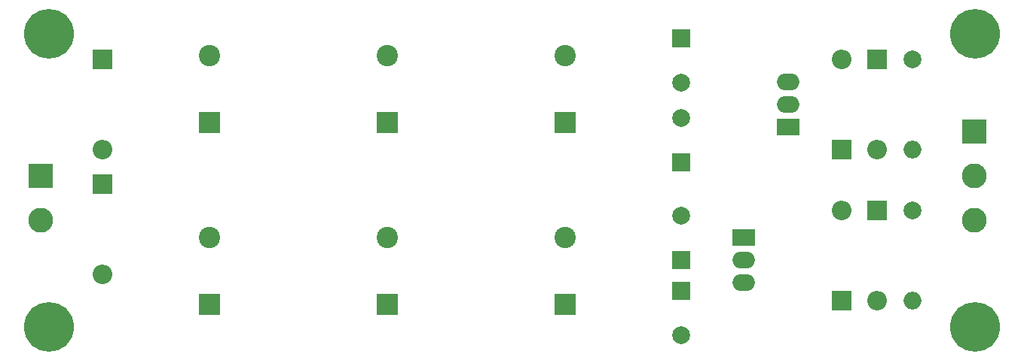
<source format=gbr>
%TF.GenerationSoftware,KiCad,Pcbnew,8.0.7*%
%TF.CreationDate,2025-01-30T08:13:14+10:00*%
%TF.ProjectId,MFOS_Power_Supply_PCB,4d464f53-5f50-46f7-9765-725f53757070,rev?*%
%TF.SameCoordinates,Original*%
%TF.FileFunction,Soldermask,Top*%
%TF.FilePolarity,Negative*%
%FSLAX46Y46*%
G04 Gerber Fmt 4.6, Leading zero omitted, Abs format (unit mm)*
G04 Created by KiCad (PCBNEW 8.0.7) date 2025-01-30 08:13:14*
%MOMM*%
%LPD*%
G01*
G04 APERTURE LIST*
%ADD10C,3.600000*%
%ADD11C,5.600000*%
%ADD12R,2.400000X2.400000*%
%ADD13C,2.400000*%
%ADD14R,2.000000X2.000000*%
%ADD15C,2.000000*%
%ADD16O,2.000000X2.000000*%
%ADD17R,2.200000X2.200000*%
%ADD18O,2.200000X2.200000*%
%ADD19R,2.800000X2.800000*%
%ADD20C,2.800000*%
%ADD21R,2.500000X1.905000*%
%ADD22O,2.500000X1.905000*%
G04 APERTURE END LIST*
D10*
%TO.C,M4*%
X197000000Y-109000000D03*
D11*
X197000000Y-109000000D03*
%TD*%
D12*
%TO.C,C8*%
X151000000Y-106500000D03*
D13*
X151000000Y-99000000D03*
%TD*%
D14*
%TO.C,C7*%
X164000000Y-76500000D03*
D15*
X164000000Y-81500000D03*
%TD*%
%TO.C,R2*%
X190000000Y-95920000D03*
D16*
X190000000Y-106080000D03*
%TD*%
D12*
%TO.C,C6*%
X131000000Y-106500000D03*
D13*
X131000000Y-99000000D03*
%TD*%
D17*
%TO.C,D2*%
X99000000Y-78920000D03*
D18*
X99000000Y-89080000D03*
%TD*%
D17*
%TO.C,D3*%
X186000000Y-78920000D03*
D18*
X186000000Y-89080000D03*
%TD*%
D12*
%TO.C,C4*%
X111000000Y-106500000D03*
D13*
X111000000Y-99000000D03*
%TD*%
D14*
%TO.C,C5*%
X164000000Y-90500000D03*
D15*
X164000000Y-85500000D03*
%TD*%
D12*
%TO.C,C1*%
X111000000Y-86000000D03*
D13*
X111000000Y-78500000D03*
%TD*%
D15*
%TO.C,R1*%
X190000000Y-78920000D03*
D16*
X190000000Y-89080000D03*
%TD*%
D19*
%TO.C,J1*%
X92000000Y-92000000D03*
D20*
X92000000Y-97000000D03*
%TD*%
D21*
%TO.C,U1*%
X176000000Y-86540000D03*
D22*
X176000000Y-84000000D03*
X176000000Y-81460000D03*
%TD*%
D12*
%TO.C,C2*%
X131000000Y-86000000D03*
D13*
X131000000Y-78500000D03*
%TD*%
D10*
%TO.C,M3*%
X197000000Y-76000000D03*
D11*
X197000000Y-76000000D03*
%TD*%
D10*
%TO.C,M1*%
X93000000Y-76000000D03*
D11*
X93000000Y-76000000D03*
%TD*%
D17*
%TO.C,D4*%
X182000000Y-89080000D03*
D18*
X182000000Y-78920000D03*
%TD*%
D17*
%TO.C,D6*%
X182000000Y-106080000D03*
D18*
X182000000Y-95920000D03*
%TD*%
D17*
%TO.C,D5*%
X186000000Y-95920000D03*
D18*
X186000000Y-106080000D03*
%TD*%
D21*
%TO.C,U2*%
X171000000Y-99000000D03*
D22*
X171000000Y-101540000D03*
X171000000Y-104080000D03*
%TD*%
D17*
%TO.C,D1*%
X99000000Y-92920000D03*
D18*
X99000000Y-103080000D03*
%TD*%
D10*
%TO.C,M2*%
X93000000Y-109000000D03*
D11*
X93000000Y-109000000D03*
%TD*%
D19*
%TO.C,J2*%
X196905000Y-87000000D03*
D20*
X196905000Y-92000000D03*
X196905000Y-97000000D03*
%TD*%
D14*
%TO.C,C10*%
X164000000Y-101500000D03*
D15*
X164000000Y-96500000D03*
%TD*%
D14*
%TO.C,C9*%
X164000000Y-105000000D03*
D15*
X164000000Y-110000000D03*
%TD*%
D12*
%TO.C,C3*%
X151000000Y-86000000D03*
D13*
X151000000Y-78500000D03*
%TD*%
M02*

</source>
